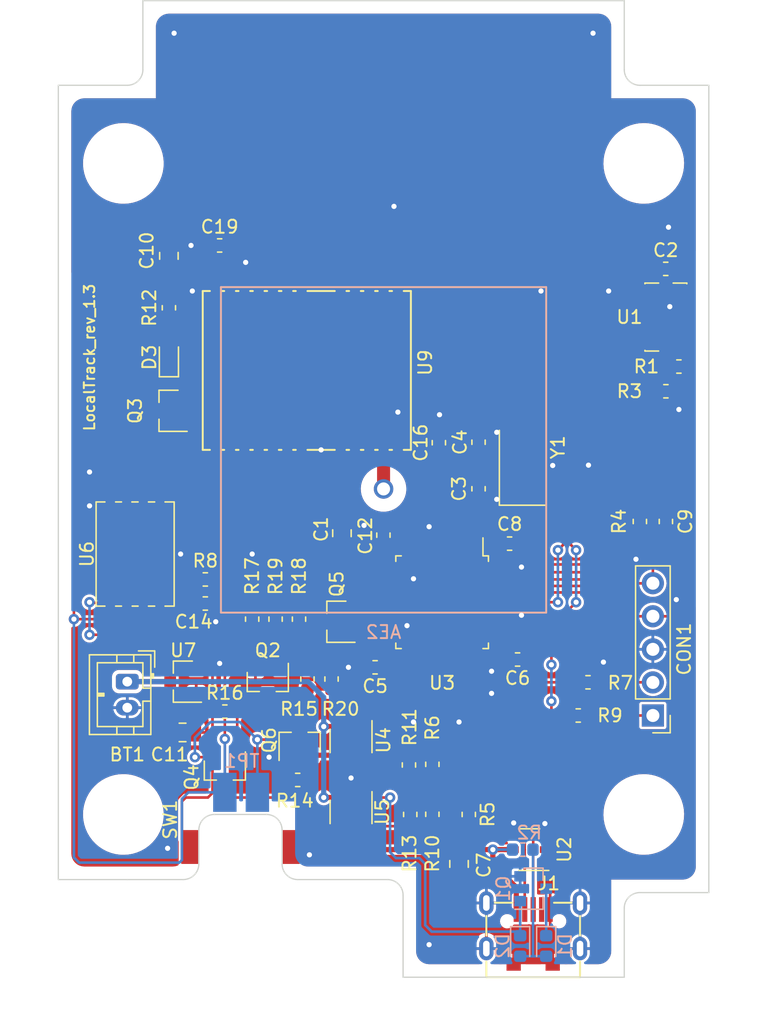
<source format=kicad_pcb>
(kicad_pcb (version 20211014) (generator pcbnew)
  (title_block (date "2020-10-17") (rev "1.3"))
  (layers (0 "F.Cu" signal) (31 "B.Cu" signal) (34 "B.Paste" user) (35 "F.Paste" user) (36 "B.SilkS" user "B.Silkscreen") (37 "F.SilkS" user "F.Silkscreen") (38 "B.Mask" user) (39 "F.Mask" user) (44 "Edge.Cuts" user))
  (net 0 "")
  (net 1 "Net-(AE2-Pad1)")
  (net 2 "4.2V")
  (net 3 "GND")
  (net 4 "Net-(C3-Pad1)")
  (net 5 "Net-(C4-Pad1)")
  (net 6 "5V")
  (net 7 "swclk")
  (net 8 "swdio")
  (net 9 "Net-(D1-Pad2)")
  (net 10 "Net-(D1-Pad1)")
  (net 11 "stat")
  (net 12 "Net-(D3-Pad1)")
  (net 13 "d-")
  (net 14 "d+")
  (net 15 "Net-(R1-Pad2)")
  (net 16 "Net-(R3-Pad2)")
  (net 17 "Net-(R7-Pad2)")
  (net 18 "Net-(R8-Pad2)")
  (net 19 "Net-(R8-Pad1)")
  (net 20 "Net-(R9-Pad2)")
  (net 21 "1pps")
  (net 22 "int2")
  (net 23 "int1")
  (net 24 "mcu_tx")
  (net 25 "mcu_rx")
  (net 26 "boot0")
  (net 27 "Net-(D3-Pad2)")
  (net 28 "led")
  (net 29 "chg2")
  (net 30 "chg1")
  (net 31 "Net-(R11-Pad2)")
  (net 32 "Net-(R10-Pad1)")
  (net 33 "Net-(R11-Pad1)")
  (net 34 "Net-(R13-Pad1)")
  (net 35 "cs")
  (net 36 "miso")
  (net 37 "3.3V")
  (net 38 "Net-(Q2-Pad3)")
  (net 39 "pwr")
  (net 40 "meas")
  (net 41 "Net-(Q5-Pad3)")
  (net 42 "Net-(C16-Pad1)")
  (net 43 "3.3V_BKUP")
  (net 44 "Net-(Q6-Pad3)")
  (net 45 "mosi")
  (net 46 "Net-(U9-Pad9)")
  (net 47 "Net-(U9-Pad4)")
  (net 48 "Net-(U9-Pad2)")
  (net 49 "Net-(U9-Pad19)")
  (net 50 "Net-(U9-Pad18)")
  (net 51 "Net-(U9-Pad17)")
  (net 52 "Net-(U9-Pad16)")
  (net 53 "Net-(U9-Pad15)")
  (net 54 "Net-(U9-Pad14)")
  (net 55 "Net-(U9-Pad1)")
  (net 56 "Net-(U4-Pad1)")
  (net 57 "Net-(U3-Pad40)")
  (net 58 "Net-(U3-Pad28)")
  (net 59 "Net-(U3-Pad25)")
  (net 60 "Net-(U3-Pad22)")
  (net 61 "Net-(U3-Pad20)")
  (net 62 "Net-(U2-Pad6)")
  (net 63 "Net-(U2-Pad1)")
  (net 64 "Net-(U1-Pad10)")
  (net 65 "Net-(J1-Pad4)")
  (footprint "MountingHole:MountingHole_3.2mm_M3" (layer "F.Cu") (at 125 137.5)
    (fp_text reference "REF**" hide)
    (fp_text value "MountingHole_3.2mm_M3")
  )
  (footprint "MountingHole:MountingHole_3.2mm_M3" (layer "F.Cu") (at 165 137.5)
    (fp_text reference "REF**" hide)
    (fp_text value "MountingHole_3.2mm_M3")
  )
  (footprint "MountingHole:MountingHole_3.2mm_M3" (layer "F.Cu") (at 165 87.5)
    (fp_text reference "REF**" hide)
    (fp_text value "MountingHole_3.2mm_M3")
  )
  (footprint "MountingHole:MountingHole_3.2mm_M3" (layer "F.Cu") (at 125 87.5)
    (fp_text reference "REF**" hide)
    (fp_text value "MountingHole_3.2mm_M3")
  )
  (footprint "Capacitor_SMD:C_0603_1608Metric" (layer "F.Cu") (at 166.6875 95.6)
    (fp_text reference "C2")
    (fp_text value "100nF")
  )
  (footprint "Package_SO:TSOP-6_1.65x3.05mm_P0.95mm" (layer "F.Cu") (at 156.2 140.2 180)
    (fp_text reference "U2")
    (fp_text value "IP4220CZ6")
  )
  (footprint "Resistor_SMD:R_0603_1608Metric" (layer "F.Cu") (at 164.7 115 90)
    (fp_text reference "R4")
    (fp_text value "10k")
  )
  (footprint "Capacitor_SMD:C_0603_1608Metric" (layer "F.Cu") (at 166.7 115 90)
    (fp_text reference "C9")
    (fp_text value "100nF")
  )
  (footprint "Resistor_SMD:R_0603_1608Metric" (layer "F.Cu") (at 166.7 105 180)
    (fp_text reference "R3")
    (fp_text value "1k")
  )
  (footprint "Capacitor_SMD:C_0603_1608Metric" (layer "F.Cu") (at 155.3 125.6 180)
    (fp_text reference "C6")
    (fp_text value "100nF")
  )
  (footprint "Package_QFP:LQFP-48_7x7mm_P0.5mm" (layer "F.Cu") (at 149.5 121.2 -90)
    (fp_text reference "U3")
    (fp_text value "STM32F072C8T6")
  )
  (footprint "Package_TO_SOT_SMD:SOT-23-5" (layer "F.Cu") (at 142.5 137.3 -90)
    (fp_text reference "U5")
    (fp_text value "MCP73831T-2DCI")
  )
  (footprint "Resistor_SMD:R_0603_1608Metric" (layer "F.Cu") (at 167.7 103.1 180)
    (fp_text reference "R1")
    (fp_text value "1k")
  )
  (footprint "LocalTrack:MicroUSB_B" (layer "F.Cu") (at 156.5 144.8)
    (fp_text reference "J1")
    (fp_text value "USB_B_Micro")
  )
  (footprint "Capacitor_SMD:C_0603_1608Metric" (layer "F.Cu") (at 152.3 112.4875 -90)
    (fp_text reference "C3")
    (fp_text value "18pF")
  )
  (footprint "Capacitor_SMD:C_0603_1608Metric" (layer "F.Cu") (at 154.6875 116.7 180)
    (fp_text reference "C8")
    (fp_text value "100nF")
  )
  (footprint "Capacitor_SMD:C_0603_1608Metric" (layer "F.Cu") (at 131.3 121.3 180)
    (fp_text reference "C14")
    (fp_text value "100nF")
  )
  (footprint "Capacitor_SMD:C_0603_1608Metric" (layer "F.Cu") (at 149.25 108.95 90)
    (fp_text reference "C16")
    (fp_text value "100nF")
  )
  (footprint "Capacitor_SMD:C_0603_1608Metric" (layer "F.Cu") (at 132.4 93.8)
    (fp_text reference "C19")
    (fp_text value "100nF")
  )
  (footprint "Package_TO_SOT_SMD:SOT-23" (layer "F.Cu") (at 128.5 106.5 180)
    (fp_text reference "Q3")
    (fp_text value "SI2302")
  )
  (footprint "Resistor_SMD:R_0603_1608Metric" (layer "F.Cu") (at 160.7125 127.35 180)
    (fp_text reference "R7")
    (fp_text value "33")
  )
  (footprint "Resistor_SMD:R_0603_1608Metric" (layer "F.Cu") (at 128.5 98.5875 -90)
    (fp_text reference "R12")
    (fp_text value "10k")
  )
  (footprint "LocalTrack:WSON-8_8x6mm" (layer "F.Cu") (at 127.805 113.75 -90)
    (fp_text reference "U6")
    (fp_text value "W25N01GVZEIG")
  )
  (footprint "LocalTrack:SIM28" (layer "F.Cu") (at 132.1 109.5 90)
    (fp_text reference "U9")
    (fp_text value "SIM28")
  )
  (footprint "Connector_PinHeader_2.54mm:PinHeader_1x05_P2.54mm_Vertical" (layer "F.Cu") (at 165.7 129.9 180)
    (fp_text reference "CON1")
    (fp_text value "ST-LINK_V2")
  )
  (footprint "LED_SMD:LED_0603_1608Metric" (layer "F.Cu") (at 128.5 102.4 90)
    (fp_text reference "D3")
    (fp_text value "BLUE")
  )
  (footprint "Package_LGA:LGA-14_3x5mm_P0.8mm_LayoutBorder1x6y" (layer "F.Cu") (at 166.7 99.3 180)
    (fp_text reference "U1")
    (fp_text value "ADXL345BCCZ")
  )
  (footprint "Crystal:Crystal_SMD_5032-2Pin_5.0x3.2mm" (layer "F.Cu") (at 155.7 110.7 90)
    (fp_text reference "Y1")
    (fp_text value "8MHz")
  )
  (footprint "Capacitor_SMD:C_0603_1608Metric" (layer "F.Cu") (at 152.3 108.9125 90)
    (fp_text reference "C4")
    (fp_text value "18pF")
  )
  (footprint "Resistor_SMD:R_0603_1608Metric" (layer "F.Cu") (at 151.55 137.5 90)
    (fp_text reference "R5")
    (fp_text value "10k")
  )
  (footprint "Resistor_SMD:R_0603_1608Metric" (layer "F.Cu") (at 138.5 122.5 -90)
    (fp_text reference "R18")
    (fp_text value "100k")
  )
  (footprint "Capacitor_SMD:C_0805_2012Metric" (layer "F.Cu") (at 141.8 115.9 90)
    (fp_text reference "C1")
    (fp_text value "10uF")
  )
  (footprint "Capacitor_SMD:C_0805_2012Metric" (layer "F.Cu") (at 150.8 141.3 -90)
    (fp_text reference "C7")
    (fp_text value "10uF")
  )
  (footprint "Resistor_SMD:R_0603_1608Metric" (layer "F.Cu") (at 148.75 133.65 90)
    (fp_text reference "R6")
    (fp_text value "1k")
  )
  (footprint "Resistor_SMD:R_0603_1608Metric" (layer "F.Cu") (at 148.75 137.4875 -90)
    (fp_text reference "R10")
    (fp_text value "1k")
  )
  (footprint "Resistor_SMD:R_0603_1608Metric" (layer "F.Cu") (at 147.05 137.5 90)
    (fp_text reference "R13")
    (fp_text value "1k")
  )
  (footprint "Resistor_SMD:R_0603_1608Metric" (layer "F.Cu") (at 159.9625 129.9 180)
    (fp_text reference "R9")
    (fp_text value "33")
  )
  (footprint "Capacitor_SMD:C_0805_2012Metric" (layer "F.Cu") (at 128.5 94.6 90)
    (fp_text reference "C10")
    (fp_text value "10uF")
  )
  (footprint "Resistor_SMD:R_0603_1608Metric" (layer "F.Cu") (at 146.95 133.7 -90)
    (fp_text reference "R11")
    (fp_text value "1k")
  )
  (footprint "Capacitor_SMD:C_0603_1608Metric" (layer "F.Cu") (at 144.9875 116.05 -90)
    (fp_text reference "C12")
    (fp_text value "100nF")
  )
  (footprint "Resistor_SMD:R_0603_1608Metric" (layer "F.Cu") (at 136.7 122.5 -90)
    (fp_text reference "R19")
    (fp_text value "100k")
  )
  (footprint "Resistor_SMD:R_0603_1608Metric" (layer "F.Cu") (at 134.9 122.5 90)
    (fp_text reference "R17")
    (fp_text value "100k")
  )
  (footprint "Resistor_SMD:R_0603_1608Metric" (layer "F.Cu") (at 131.3 119.45)
    (fp_text reference "R8")
    (fp_text value "33")
  )
  (footprint "Resistor_SMD:R_0603_1608Metric" (layer "F.Cu") (at 138.4 134.85 180)
    (fp_text reference "R14")
    (fp_text value "10k")
  )
  (footprint "Package_TO_SOT_SMD:SOT-23-5" (layer "F.Cu") (at 142.5 131.85 -90)
    (fp_text reference "U4")
    (fp_text value "MCP73831T-2DCI")
  )
  (footprint "Package_TO_SOT_SMD:SOT-23" (layer "F.Cu") (at 132.8 134.1 -90)
    (fp_text reference "Q4")
    (fp_text value "SI2301")
  )
  (footprint "Connector_JST:JST_PH_B2B-PH-K_1x02_P2.00mm_Vertical" (layer "F.Cu") (at 125.3 127.3 -90)
    (fp_text reference "BT1")
    (fp_text value "3000mAh")
  )
  (footprint "Capacitor_SMD:C_0603_1608Metric" (layer "F.Cu") (at 144.35 126.2)
    (fp_text reference "C5")
    (fp_text value "100nF")
  )
  (footprint "Package_TO_SOT_SMD:SOT-23" (layer "F.Cu") (at 138.55 131.95 90)
    (fp_text reference "Q6")
    (fp_text value "SI2301")
  )
  (footprint "Package_TO_SOT_SMD:SOT-23" (layer "F.Cu") (at 129.6 127.3 180)
    (fp_text reference "U7")
    (fp_text value "MCP1700-3302E/TT")
  )
  (footprint "Package_TO_SOT_SMD:SOT-23" (layer "F.Cu") (at 141.4 122.7 180)
    (fp_text reference "Q5")
    (fp_text value "SI2302")
  )
  (footprint "Capacitor_SMD:C_0805_2012Metric" (layer "F.Cu") (at 129.55 131.2)
    (fp_text reference "C11")
    (fp_text value "10uF")
  )
  (footprint "LocalTrack:KCD1-11" (layer "F.Cu") (at 130.1 140)
    (fp_text reference "SW1")
    (fp_text value "KCD11-2P")
  )
  (footprint "Resistor_SMD:R_0603_1608Metric" (layer "F.Cu") (at 132.8 129.6)
    (fp_text reference "R16")
    (fp_text value "100k")
  )
  (footprint "Resistor_SMD:R_0603_1608Metric" (layer "F.Cu") (at 141 127.1 90)
    (fp_text reference "R20")
    (fp_text value "100k")
  )
  (footprint "Resistor_SMD:R_0603_1608Metric" (layer "F.Cu") (at 139.15 127.1 -90)
    (fp_text reference "R15")
    (fp_text value "100k")
  )
  (footprint "Package_TO_SOT_SMD:SOT-23" (layer "F.Cu") (at 136.1 127.3 -90)
    (fp_text reference "Q2")
    (fp_text value "SI2302")
  )
  (footprint "Resistor_SMD:R_0603_1608Metric" (layer "B.Cu") (at 155.7 140.2)
    (fp_text reference "R2")
    (fp_text value "10k")
  )
  (footprint "LED_SMD:LED_0603_1608Metric" (layer "B.Cu") (at 155.5 147.6 -90)
    (fp_text reference "D2")
    (fp_text value "RED")
  )
  (footprint "LocalTrack:1575R-A" (layer "B.Cu") (at 145 112.5)
    (fp_text reference "AE2")
    (fp_text value "1575R-A")
  )
  (footprint "LED_SMD:LED_0603_1608Metric" (layer "B.Cu") (at 157.5 147.6 -90)
    (fp_text reference "D1")
    (fp_text value "GREEN")
  )
  (footprint "Package_TO_SOT_SMD:SOT-23" (layer "B.Cu") (at 156.5 143.2)
    (fp_text reference "Q1")
    (fp_text value "SI2302")
  )
  (footprint "LocalTrack:TestPins" (layer "B.Cu") (at 135.3 135.8 180)
    (fp_text reference "TP1")
    (fp_text value "test pins")
  )
  (gr_line (start 120 81.5) (end 120 142.5) (layer "Edge.Cuts") (width 0.1))
  (gr_line (start 170 81.5) (end 170 143.5) (layer "Edge.Cuts") (width 0.1))
  (gr_line (start 126.5 75) (end 163.5 75) (layer "Edge.Cuts") (width 0.1))
  (gr_line (start 164.7 81.5) (end 170 81.5) (layer "Edge.Cuts") (width 0.1))
  (gr_line (start 126.5 75) (end 126.5 80.3) (layer "Edge.Cuts") (width 0.1))
  (gr_line (start 125.3 81.5) (end 120 81.5) (layer "Edge.Cuts") (width 0.1))
  (gr_line (start 120 142.5) (end 125.3 142.5) (layer "Edge.Cuts") (width 0.1))
  (gr_line (start 163.5 150) (end 163.5 144.7) (layer "Edge.Cuts") (width 0.1))
  (gr_arc (start 126.5 80.3) (mid 126.148528 81.148528) (end 125.3 81.5) (layer "Edge.Cuts") (width 0.1))
  (gr_arc (start 164.7 81.5) (mid 163.851472 81.148528) (end 163.5 80.3) (layer "Edge.Cuts") (width 0.1))
  (gr_arc (start 163.5 144.7) (mid 163.851472 143.851472) (end 164.7 143.5) (layer "Edge.Cuts") (width 0.1))
  (gr_line (start 164.7 143.5) (end 170 143.5) (layer "Edge.Cuts") (width 0.1))
  (gr_line (start 163.5 150) (end 146.5 150) (layer "Edge.Cuts") (width 0.1))
  (gr_line (start 163.5 75) (end 163.5 80.3) (layer "Edge.Cuts") (width 0.1))
  (gr_arc (start 136 137.5) (mid 136.848528 137.851472) (end 137.2 138.7) (layer "Edge.Cuts") (width 0.1))
  (gr_arc (start 138.4 142.5) (mid 137.551472 142.148528) (end 137.2 141.3) (layer "Edge.Cuts") (width 0.1))
  (gr_arc (start 145.3 142.5) (mid 146.148528 142.851472) (end 146.5 143.7) (layer "Edge.Cuts") (width 0.1))
  (gr_arc (start 130.8 141.3) (mid 130.448528 142.148528) (end 129.6 142.5) (layer "Edge.Cuts") (width 0.1))
  (gr_line (start 146.5 143.7) (end 146.5 150) (layer "Edge.Cuts") (width 0.1))
  (gr_line (start 130.8 141.3) (end 130.8 138.7) (layer "Edge.Cuts") (width 0.1))
  (gr_line (start 137.2 138.7) (end 137.2 141.3) (layer "Edge.Cuts") (width 0.1))
  (gr_line (start 136 137.5) (end 132 137.5) (layer "Edge.Cuts") (width 0.1))
  (gr_arc (start 130.8 138.7) (mid 131.151472 137.851472) (end 132 137.5) (layer "Edge.Cuts") (width 0.1))
  (gr_line (start 125.3 142.5) (end 129.6 142.5) (layer "Edge.Cuts") (width 0.1))
  (gr_line (start 138.4 142.5) (end 145.3 142.5) (layer "Edge.Cuts") (width 0.1))
  (gr_text "LocalTrack_rev_1.3" (at 122.4 102.4 90) (layer "F.SilkS") (effects (font (size 0.8 0.8))))
  (segment (start 145 109.5) (end 145 112.5) (width 1) (layer "F.Cu") (net 1))
  (segment (start 128.6 127.3) (end 125.3 127.3) (width 0.4) (layer "F.Cu") (net 2))
  (segment (start 128.6 127.3) (end 128.6 131.1875) (width 0.4) (layer "F.Cu") (net 2))
  (segment (start 141.55 136.2) (end 140.4 136.2) (width 0.4) (layer "F.Cu") (net 2))
  (segment (start 133.3875 124.8) (end 129.5 124.8) (width 0.2) (layer "F.Cu") (net 2))
  (segment (start 141.55 130.75) (end 140.4 130.75) (width 0.4) (layer "F.Cu") (net 2))
  (segment (start 134.9 123.2875) (end 133.3875 124.8) (width 0.2) (layer "F.Cu") (net 2))
  (segment (start 128.6 125.7) (end 129.5 124.8) (width 0.2) (layer "F.Cu") (net 2))
  (segment (start 128.6 125.7) (end 128.6 127.3) (width 0.2) (layer "F.Cu") (net 2))
  (via (at 140.4 136.2) (size 0.8) (drill 0.4) (layers "F.Cu" "B.Cu") (net 2))
  (via (at 140.4 130.75) (size 0.8) (drill 0.4) (layers "F.Cu" "B.Cu") (net 2))
  (segment (start 125.3 127.3) (end 139.2 127.3) (width 0.4) (layer "B.Cu") (net 2))
  (segment (start 140.4 128.5) (end 140.4 130.75) (width 0.4) (layer "B.Cu") (net 2))
  (segment (start 140.4 136.2) (end 140.4 130.75) (width 0.4) (layer "B.Cu") (net 2))
  (segment (start 139.2 127.3) (end 140.4 128.5) (width 0.4) (layer "B.Cu") (net 2))
  (segment (start 155 149) (end 155.1 148.9) (width 0.2) (layer "F.Cu") (net 3))
  (segment (start 157.9 148.9) (end 158 149) (width 0.2) (layer "F.Cu") (net 3))
  (segment (start 158 149) (end 158.1 148.9) (width 0.2) (layer "F.Cu") (net 3))
  (segment (start 125.5 117.5) (end 123.5 119.5) (width 0.2) (layer "F.Cu") (net 3))
  (segment (start 126.3 117.5) (end 128.3 119.5) (width 0.2) (layer "F.Cu") (net 3))
  (segment (start 126.3 117.5) (end 128.3 115.5) (width 0.2) (layer "F.Cu") (net 3))
  (segment (start 158.1 148.9) (end 159.1 148.9) (width 0.2) (layer "F.Cu") (net 3))
  (segment (start 154.9 148.9) (end 153.9 148.9) (width 0.2) (layer "F.Cu") (net 3))
  (segment (start 125.5 117.5) (end 123.5 115.5) (width 0.2) (layer "F.Cu") (net 3))
  (segment (start 151.75 126.45) (end 152.1 126.8) (width 0.2) (layer "F.Cu") (net 3))
  (segment (start 155.1 148.9) (end 157.9 148.9) (width 0.2) (layer "F.Cu") (net 3))
  (segment (start 151.75 124.65) (end 151.6 124.5) (width 0.2) (layer "F.Cu") (net 3))
  (segment (start 155 149) (end 154.9 148.9) (width 0.2) (layer "F.Cu") (net 3))
  (segment (start 151.75 125.55) (end 151.75 124.65) (width 0.2) (layer "F.Cu") (net 3))
  (segment (start 125.9 117.5) (end 126.3 117.5) (width 0.2) (layer "F.Cu") (net 3))
  (segment (start 151.75 125.55) (end 151.75 126.45) (width 0.2) (layer "F.Cu") (net 3))
  (segment (start 125.9 117.5) (end 125.5 117.5) (width 0.2) (layer "F.Cu") (net 3))
  (via (at 157.4 138.2) (size 0.8) (drill 0.4) (layers "F.Cu" "B.Cu") (net 3))
  (via (at 146.8 123) (size 0.8) (drill 0.4) (layers "F.Cu" "B.Cu") (net 3))
  (via (at 143.5 115.3) (size 0.8) (drill 0.4) (layers "F.Cu" "B.Cu") (net 3))
  (via (at 148.5 147.5) (size 0.8) (drill 0.4) (layers "F.Cu" "B.Cu") (net 3))
  (via (at 167.5 121) (size 0.8) (drill 0.4) (layers "F.Cu" "B.Cu") (net 3))
  (via (at 155.6 122.2) (size 0.8) (drill 0.4) (layers "F.Cu" "B.Cu") (net 3))
  (via (at 167 98.5) (size 0.8) (drill 0.4) (layers "F.Cu" "B.Cu") (net 3))
  (via (at 147.3 119.4) (size 0.8) (drill 0.4) (layers "F.Cu" "B.Cu") (net 3))
  (via (at 132.1 122.7) (size 0.8) (drill 0.4) (layers "F.Cu" "B.Cu") (net 3))
  (via (at 155 138.15) (size 0.8) (drill 0.4) (layers "F.Cu" "B.Cu") (net 3))
  (via (at 153.7 113.3) (size 0.8) (drill 0.4) (layers "F.Cu" "B.Cu") (net 3))
  (via (at 129.4 117.5) (size 0.8) (drill 0.4) (layers "F.Cu" "B.Cu") (net 3))
  (via (at 157.1 97.3) (size 0.8) (drill 0.4) (layers "F.Cu" "B.Cu") (net 3))
  (via (at 134.9 117.5) (size 0.8) (drill 0.4) (layers "F.Cu" "B.Cu") (net 3))
  (via (at 160.75 110.675) (size 0.8) (drill 0.4) (layers "F.Cu" "B.Cu") (net 3))
  (via (at 148.5 115.4) (size 0.8) (drill 0.4) (layers "F.Cu" "B.Cu") (net 3))
  (via (at 153.7 108.15) (size 0.8) (drill 0.4) (layers "F.Cu" "B.Cu") (net 3))
  (via (at 139.3 140.6) (size 0.8) (drill 0.4) (layers "F.Cu" "B.Cu") (net 3))
  (via (at 164.4 117.9) (size 0.8) (drill 0.4) (layers "F.Cu" "B.Cu") (net 3))
  (via (at 130.2 93.8) (size 0.8) (drill 0.4) (layers "F.Cu" "B.Cu") (net 3))
  (via (at 149.3 106.8) (size 0.8) (drill 0.4) (layers "F.Cu" "B.Cu") (net 3))
  (via (at 122.4 113.8) (size 0.8) (drill 0.4) (layers "F.Cu" "B.Cu") (net 3))
  (via (at 134.4 95.1) (size 0.8) (drill 0.4) (layers "F.Cu" "B.Cu") (net 3))
  (via (at 128.9 77.5) (size 0.8) (drill 0.4) (layers "F.Cu" "B.Cu") (net 3))
  (via (at 158 110.7) (size 0.8) (drill 0.4) (layers "F.Cu" "B.Cu") (net 3))
  (via (at 136.2 133.1) (size 0.8) (drill 0.4) (layers "F.Cu" "B.Cu") (net 3))
  (via (at 142.5 134.7) (size 0.8) (drill 0.4) (layers "F.Cu" "B.Cu") (net 3))
  (via (at 130.3 97.3) (size 0.8) (drill 0.4) (layers "F.Cu" "B.Cu") (net 3))
  (via (at 161.9 125.8) (size 0.8) (drill 0.4) (layers "F.Cu" "B.Cu") (net 3))
  (via (at 153.3 126.5) (size 0.8) (drill 0.4) (layers "F.Cu" "B.Cu") (net 3))
  (via (at 147.3 130.4) (size 0.8) (drill 0.4) (layers "F.Cu" "B.Cu") (net 3))
  (via (at 140.2 109.5) (size 0.8) (drill 0.4) (layers "F.Cu" "B.Cu") (net 3))
  (via (at 150.8 130.4) (size 0.8) (drill 0.4) (layers "F.Cu" "B.Cu") (net 3))
  (via (at 166.9 92.4) (size 0.8) (drill 0.4) (layers "F.Cu" "B.Cu") (net 3))
  (via (at 132.4 125.9) (size 0.8) (drill 0.4) (layers "F.Cu" "B.Cu") (net 3))
  (via (at 167.7 106.4) (size 0.8) (drill 0.4) (layers "F.Cu" "B.Cu") (net 3))
  (via (at 162.3 97.3) (size 0.8) (drill 0.4) (layers "F.Cu" "B.Cu") (net 3))
  (via (at 122.4 111.2) (size 0.8) (drill 0.4) (layers "F.Cu" "B.Cu") (net 3))
  (via (at 155.6 118.5) (size 0.8) (drill 0.4) (layers "F.Cu" "B.Cu") (net 3))
  (via (at 145.8 90.8) (size 0.8) (drill 0.4) (layers "F.Cu" "B.Cu") (net 3))
  (via (at 146.1 106.6) (size 0.8) (drill 0.4) (layers "F.Cu" "B.Cu") (net 3))
  (via (at 153.3 128.2) (size 0.8) (drill 0.4) (layers "F.Cu" "B.Cu") (net 3))
  (via (at 128.4 140.1) (size 0.8) (drill 0.4) (layers "F.Cu" "B.Cu") (net 3))
  (via (at 142.3 126.2) (size 0.8) (drill 0.4) (layers "F.Cu" "B.Cu") (net 3))
  (via (at 161.1 77.5) (size 0.8) (drill 0.4) (layers "F.Cu" "B.Cu") (net 3))
  (segment (start 151.35 110.95) (end 152.3 110.95) (width 0.2) (layer "F.Cu") (net 4))
  (segment (start 155.7 111.35) (end 155.3 110.95) (width 0.2) (layer "F.Cu") (net 4))
  (segment (start 150.25 112.05) (end 151.35 110.95) (width 0.2) (layer "F.Cu") (net 4))
  (segment (start 155.3 110.95) (end 152.3 110.95) (width 0.2) (layer "F.Cu") (net 4))
  (segment (start 150.25 112.05) (end 150.25 113.15) (width 0.2) (layer "F.Cu") (net 4))
  (segment (start 155.7 112.55) (end 155.7 111.35) (width 0.2) (layer "F.Cu") (net 4))
  (segment (start 152.3 111.7) (end 152.3 110.95) (width 0.2) (layer "F.Cu") (net 4))
  (segment (start 150.25 113.15) (end 150.25 116.85) (width 0.2) (layer "F.Cu") (net 4))
  (segment (start 152.3 109.7) (end 152.3 110.45) (width 0.2) (layer "F.Cu") (net 5))
  (segment (start 149.75 111.75) (end 149.75 116.85) (width 0.2) (layer "F.Cu") (net 5))
  (segment (start 151.05 110.45) (end 149.75 111.75) (width 0.2) (layer "F.Cu") (net 5))
  (segment (start 155.3 110.45) (end 152.3 110.45) (width 0.2) (layer "F.Cu") (net 5))
  (segment (start 155.7 110.05) (end 155.3 110.45) (width 0.2) (layer "F.Cu") (net 5))
  (segment (start 152.3 110.45) (end 151.05 110.45) (width 0.2) (layer "F.Cu") (net 5))
  (segment (start 155.7 108.85) (end 155.7 110.05) (width 0.2) (layer "F.Cu") (net 5))
  (segment (start 155.2 143.1) (end 153.4 141.3) (width 0.4) (layer "F.Cu") (net 6))
  (segment (start 153.4 140.2) (end 150.1 140.2) (width 0.4) (layer "F.Cu") (net 6))
  (segment (start 141.55 138.4) (end 139.5 138.4) (width 0.4) (layer "F.Cu") (net 6))
  (segment (start 155.2 143.1) (end 155.2 144.8) (width 0.4) (layer "F.Cu") (net 6))
  (segment (start 139.5 139.3) (end 140.4 140.2) (width 0.4) (layer "F.Cu") (net 6))
  (segment (start 139.1875 134.85) (end 139.5 134.85) (width 0.2) (layer "F.Cu") (net 6))
  (segment (start 149.4 140.2) (end 150.1 140.2) (width 0.4) (layer "F.Cu") (net 6))
  (segment (start 139.5 138.4) (end 139.5 139.3) (width 0.4) (layer "F.Cu") (net 6))
  (segment (start 150.1 140.2) (end 150.6375 140.2) (width 0.4) (layer "F.Cu") (net 6))
  (segment (start 155.04 140.2) (end 153.4 140.2) (width 0.4) (layer "F.Cu") (net 6))
  (segment (start 139.5 138.4) (end 139.5 133.2) (width 0.4) (layer "F.Cu") (net 6))
  (segment (start 139.5 132.95) (end 141.55 132.95) (width 0.4) (layer "F.Cu") (net 6))
  (segment (start 140.4 140.2) (end 149.4 140.2) (width 0.4) (layer "F.Cu") (net 6))
  (segment (start 153.4 141.3) (end 153.4 140.2) (width 0.4) (layer "F.Cu") (net 6))
  (via (at 153.4 140.2) (size 0.8) (drill 0.4) (layers "F.Cu" "B.Cu") (net 6))
  (segment (start 154.9125 140.2) (end 153.4 140.2) (width 0.2) (layer "B.Cu") (net 6))
  (segment (start 165.1 129.9) (end 160.75 129.9) (width 0.2) (layer "F.Cu") (net 7))
  (segment (start 165.69 127.35) (end 165.7 127.36) (width 0.2) (layer "F.Cu") (net 8))
  (segment (start 163 127.35) (end 165.69 127.35) (width 0.2) (layer "F.Cu") (net 8))
  (segment (start 161.5 127.35) (end 163 127.35) (width 0.2) (layer "F.Cu") (net 8))
  (segment (start 157.5 148.3875) (end 156.925 148.3875) (width 0.2) (layer "B.Cu") (net 9))
  (segment (start 156.5 148.3875) (end 155.5 148.3875) (width 0.2) (layer "B.Cu") (net 9))
  (segment (start 156.4875 148.375) (end 156.5 148.3875) (width 0.2) (layer "B.Cu") (net 9))
  (segment (start 156.4875 140.2) (end 156.4875 148.375) (width 0.2) (layer "B.Cu") (net 9))
  (segment (start 156.925 148.3875) (end 156.5 148.3875) (width 0.2) (layer "B.Cu") (net 9))
  (segment (start 157.5 143.2) (end 157.5 146.8125) (width 0.2) (layer "B.Cu") (net 10))
  (segment (start 143.45 136.2) (end 145.5 136.2) (width 0.2) (layer "F.Cu") (net 11))
  (via (at 145.5 136.2) (size 0.8) (drill 0.4) (layers "F.Cu" "B.Cu") (net 11))
  (segment (start 147.75 140.85) (end 145.95 140.85) (width 0.2) (layer "B.Cu") (net 11))
  (segment (start 148.2 146) (end 148.2 141.3) (width 0.2) (layer "B.Cu") (net 11))
  (segment (start 155.5 144.15) (end 155.5 146.8125) (width 0.2) (layer "B.Cu") (net 11))
  (segment (start 148.7 146.5) (end 148.2 146) (width 0.2) (layer "B.Cu") (net 11))
  (segment (start 155.2 146.5) (end 148.7 146.5) (width 0.2) (layer "B.Cu") (net 11))
  (segment (start 148.2 141.3) (end 147.75 140.85) (width 0.2) (layer "B.Cu") (net 11))
  (segment (start 155.5 146.8125) (end 155.5 146.8) (width 0.2) (layer "B.Cu") (net 11))
  (segment (start 155.5 146.8) (end 155.2 146.5) (width 0.2) (layer "B.Cu") (net 11))
  (segment (start 145.95 140.85) (end 145.5 140.4) (width 0.2) (layer "B.Cu") (net 11))
  (segment (start 145.5 140.4) (end 145.5 136.2) (width 0.2) (layer "B.Cu") (net 11))
  (segment (start 127.5 104.1875) (end 128.5 103.1875) (width 0.2) (layer "F.Cu") (net 12))
  (segment (start 127.5 106.5) (end 127.5 104.1875) (width 0.2) (layer "F.Cu") (net 12))
  (segment (start 155.85 140.2) (end 155.85 139.3) (width 0.2) (layer "F.Cu") (net 13))
  (segment (start 155.8 139.25) (end 155.85 139.3) (width 0.2) (layer "F.Cu") (net 13))
  (segment (start 155.04 139.25) (end 155.8 139.25) (width 0.2) (layer "F.Cu") (net 13))
  (segment (start 150.25 126.4) (end 150.25 125.55) (width 0.2) (layer "F.Cu") (net 13))
  (segment (start 155.85 144.8) (end 155.85 140.2) (width 0.2) (layer "F.Cu") (net 13))
  (segment (start 155.85 139.3) (end 155.85 132.95) (width 0.2) (layer "F.Cu") (net 13))
  (segment (start 155.85 132.95) (end 150.25 127.35) (width 0.2) (layer "F.Cu") (net 13))
  (segment (start 150.25 127.35) (end 150.25 126.4) (width 0.2) (layer "F.Cu") (net 13))
  (segment (start 156.5 144.8) (end 156.5 140.2) (width 0.2) (layer "F.Cu") (net 14))
  (segment (start 150.75 126.85) (end 150.75 125.55) (width 0.2) (layer "F.Cu") (net 14))
  (segment (start 156.5 139.3) (end 156.5 132.6) (width 0.2) (layer "F.Cu") (net 14))
  (segment (start 156.55 139.25) (end 156.5 139.3) (width 0.2) (layer "F.Cu") (net 14))
  (segment (start 156.5 132.6) (end 150.75 126.85) (width 0.2) (layer "F.Cu") (net 14))
  (segment (start 157.36 139.25) (end 156.55 139.25) (width 0.2) (layer "F.Cu") (net 14))
  (segment (start 156.5 140.2) (end 156.5 139.3) (width 0.2) (layer "F.Cu") (net 14))
  (segment (start 166.7 101.3) (end 166.7 102.6) (width 0.2) (layer "F.Cu") (net 15))
  (segment (start 166.7 102.875) (end 166.925 103.1) (width 0.2) (layer "F.Cu") (net 15))
  (segment (start 163.2 113) (end 163.2 118.7) (width 0.2) (layer "F.Cu") (net 15))
  (segment (start 166.7 102.6) (end 166.7 112) (width 0.2) (layer "F.Cu") (net 15))
  (segment (start 163.2 118.7) (end 161.95 119.95) (width 0.2) (layer "F.Cu") (net 15))
  (segment (start 166.7 112) (end 166.2 112.5) (width 0.2) (layer "F.Cu") (net 15))
  (segment (start 166.2 112.5) (end 163.7 112.5) (width 0.2) (layer "F.Cu") (net 15))
  (segment (start 166.7 102.6) (end 166.7 102.875) (width 0.2) (layer "F.Cu") (net 15))
  (segment (start 163.7 112.5) (end 163.2 113) (width 0.2) (layer "F.Cu") (net 15))
  (segment (start 161.95 119.95) (end 153.85 119.95) (width 0.2) (layer "F.Cu") (net 15))
  (segment (start 165.7 105.2125) (end 165.9125 105) (width 0.2) (layer "F.Cu") (net 16))
  (segment (start 165.7 111.4) (end 165.7 105.2125) (width 0.2) (layer "F.Cu") (net 16))
  (segment (start 153.85 119.45) (end 161.45 119.45) (width 0.2) (layer "F.Cu") (net 16))
  (segment (start 161.45 119.45) (end 162.5 118.4) (width 0.2) (layer "F.Cu") (net 16))
  (segment (start 162.5 112.8) (end 163.5 111.8) (width 0.2) (layer "F.Cu") (net 16))
  (segment (start 165.3 111.8) (end 165.7 111.4) (width 0.2) (layer "F.Cu") (net 16))
  (segment (start 163.5 111.8) (end 165.3 111.8) (width 0.2) (layer "F.Cu") (net 16))
  (segment (start 165.7 104.7875) (end 165.9125 105) (width 0.2) (layer "F.Cu") (net 16))
  (segment (start 162.5 118.4) (end 162.5 112.8) (width 0.2) (layer "F.Cu") (net 16))
  (segment (start 165.7 101.3) (end 165.7 104.7875) (width 0.2) (layer "F.Cu") (net 16))
  (segment (start 152.084302 127.35) (end 159.3875 127.35) (width 0.2) (layer "F.Cu") (net 17))
  (segment (start 151.25 125.55) (end 151.25 126.515698) (width 0.2) (layer "F.Cu") (net 17))
  (segment (start 151.25 126.515698) (end 152.084302 127.35) (width 0.2) (layer "F.Cu") (net 17))
  (segment (start 159.3875 127.35) (end 159.925 127.35) (width 0.2) (layer "F.Cu") (net 17))
  (segment (start 132.6375 119.45) (end 145.15 119.45) (width 0.2) (layer "F.Cu") (net 18))
  (segment (start 132.6375 119.45) (end 132.0875 119.45) (width 0.2) (layer "F.Cu") (net 18))
  (segment (start 125.265 121.25) (end 125.265 120.435) (width 0.2) (layer "F.Cu") (net 19))
  (segment (start 125.6875 120.0125) (end 129.95 120.0125) (width 0.2) (layer "F.Cu") (net 19))
  (segment (start 125.265 120.435) (end 125.6875 120.0125) (width 0.2) (layer "F.Cu") (net 19))
  (segment (start 129.95 120.0125) (end 130.5125 119.45) (width 0.2) (layer "F.Cu") (net 19))
  (segment (start 157.9 124.9) (end 157.9 126) (width 0.2) (layer "F.Cu") (net 20))
  (segment (start 156.95 123.95) (end 157.9 124.9) (width 0.2) (layer "F.Cu") (net 20))
  (segment (start 157.9 128.8) (end 157.9 129.5) (width 0.2) (layer "F.Cu") (net 20))
  (segment (start 158.3 129.9) (end 158.6375 129.9) (width 0.2) (layer "F.Cu") (net 20))
  (segment (start 158.6375 129.9) (end 159.175 129.9) (width 0.2) (layer "F.Cu") (net 20))
  (segment (start 153.85 123.95) (end 156.95 123.95) (width 0.2) (layer "F.Cu") (net 20))
  (segment (start 157.9 129.5) (end 158.3 129.9) (width 0.2) (layer "F.Cu") (net 20))
  (via (at 157.9 128.8) (size 0.8) (drill 0.4) (layers "F.Cu" "B.Cu") (net 20))
  (via (at 157.9 126) (size 0.8) (drill 0.4) (layers "F.Cu" "B.Cu") (net 20))
  (segment (start 157.9 128.8) (end 157.9 126) (width 0.2) (layer "B.Cu") (net 20))
  (segment (start 146.65 107.45) (end 134.3 107.45) (width 0.2) (layer "F.Cu") (net 21))
  (segment (start 134.3 107.45) (end 129.5 107.45) (width 0.2) (layer "F.Cu") (net 21))
  (segment (start 147.25 108.05) (end 146.65 107.45) (width 0.2) (layer "F.Cu") (net 21))
  (segment (start 134.3 109.5) (end 134.3 107.45) (width 0.2) (layer "F.Cu") (net 21))
  (segment (start 147.25 116.85) (end 147.25 108.05) (width 0.2) (layer "F.Cu") (net 21))
  (segment (start 151.5 115.3) (end 156.5 115.3) (width 0.2) (layer "F.Cu") (net 22))
  (segment (start 161.9 112.4) (end 163.1 111.2) (width 0.2) (layer "F.Cu") (net 22))
  (segment (start 165.025 98.1) (end 165.7 98.1) (width 0.2) (layer "F.Cu") (net 22))
  (segment (start 151.25 115.55) (end 151.5 115.3) (width 0.2) (layer "F.Cu") (net 22))
  (segment (start 161.1 118.9) (end 161.9 118.1) (width 0.2) (layer "F.Cu") (net 22))
  (segment (start 164.3 111.2) (end 164.7 110.8) (width 0.2) (layer "F.Cu") (net 22))
  (segment (start 163.1 111.2) (end 164.3 111.2) (width 0.2) (layer "F.Cu") (net 22))
  (segment (start 151.25 116.85) (end 151.25 115.55) (width 0.2) (layer "F.Cu") (net 22))
  (segment (start 161.9 118.1) (end 161.9 112.4) (width 0.2) (layer "F.Cu") (net 22))
  (segment (start 157.5 118.9) (end 161.1 118.9) (width 0.2) (layer "F.Cu") (net 22))
  (segment (start 164.7 110.8) (end 164.7 98.425) (width 0.2) (layer "F.Cu") (net 22))
  (segment (start 156.8 115.6) (end 156.8 118.2) (width 0.2) (layer "F.Cu") (net 22))
  (segment (start 156.5 115.3) (end 156.8 115.6) (width 0.2) (layer "F.Cu") (net 22))
  (segment (start 156.8 118.2) (end 157.5 118.9) (width 0.2) (layer "F.Cu") (net 22))
  (segment (start 164.7 98.425) (end 165.025 98.1) (width 0.2) (layer "F.Cu") (net 22))
  (segment (start 150.75 116) (end 150.75 116.85) (width 0.2) (layer "F.Cu") (net 23))
  (segment (start 151.334302 114.7) (end 150.75 115.284302) (width 0.2) (layer "F.Cu") (net 23))
  (segment (start 160.7 118.3) (end 157.8 118.3) (width 0.2) (layer "F.Cu") (net 23))
  (segment (start 150.75 115.284302) (end 150.75 116) (width 0.2) (layer "F.Cu") (net 23))
  (segment (start 157.3 115.3) (end 156.7 114.7) (width 0.2) (layer "F.Cu") (net 23))
  (segment (start 164.1 98.225) (end 164.1 110.1) (width 0.2) (layer "F.Cu") (net 23))
  (segment (start 163.6 110.6) (end 162.7 110.6) (width 0.2) (layer "F.Cu") (net 23))
  (segment (start 156.7 114.7) (end 151.334302 114.7) (width 0.2) (layer "F.Cu") (net 23))
  (segment (start 162.7 110.6) (end 161.3 112) (width 0.2) (layer "F.Cu") (net 23))
  (segment (start 161.3 112) (end 161.3 117.7) (width 0.2) (layer "F.Cu") (net 23))
  (segment (start 157.8 118.3) (end 157.3 117.8) (width 0.2) (layer "F.Cu") (net 23))
  (segment (start 157.3 117.8) (end 157.3 115.3) (width 0.2) (layer "F.Cu") (net 23))
  (segment (start 161.3 117.7) (end 160.7 118.3) (width 0.2) (layer "F.Cu") (net 23))
  (segment (start 165.025 97.3) (end 164.1 98.225) (width 0.2) (layer "F.Cu") (net 23))
  (segment (start 164.1 110.1) (end 163.6 110.6) (width 0.2) (layer "F.Cu") (net 23))
  (segment (start 165.7 97.3) (end 165.025 97.3) (width 0.2) (layer "F.Cu") (net 23))
  (segment (start 135.4 95.7) (end 135.4 97.3) (width 0.2) (layer "F.Cu") (net 24))
  (segment (start 136.1 95) (end 135.4 95.7) (width 0.2) (layer "F.Cu") (net 24))
  (segment (start 156.25 121.45) (end 156.8 122) (width 0.2) (layer "F.Cu") (net 24))
  (segment (start 156.8 122) (end 159 122) (width 0.2) (layer "F.Cu") (net 24))
  (segment (start 159.8 117.2) (end 159.4 116.8) (width 0.2) (layer "F.Cu") (net 24))
  (segment (start 158.6 95) (end 136.1 95) (width 0.2) (layer "F.Cu") (net 24))
  (segment (start 153.85 121.45) (end 156.25 121.45) (width 0.2) (layer "F.Cu") (net 24))
  (segment (start 159.4 95.8) (end 158.6 95) (width 0.2) (layer "F.Cu") (net 24))
  (segment (start 159.4 116.8) (end 159.4 95.8) (width 0.2) (layer "F.Cu") (net 24))
  (segment (start 159 122) (end 159.8 121.2) (width 0.2) (layer "F.Cu") (net 24))
  (via (at 159.8 117.2) (size 0.8) (drill 0.4) (layers "F.Cu" "B.Cu") (net 24))
  (via (at 159.8 121.2) (size 0.8) (drill 0.4) (layers "F.Cu" "B.Cu") (net 24))
  (segment (start 159.8 121.2) (end 159.8 117.2) (width 0.2) (layer "B.Cu") (net 24))
  (segment (start 136.8 95.6) (end 136.5 95.9) (width 0.2) (layer "F.Cu") (net 25))
  (segment (start 156.75 120.95) (end 157 121.2) (width 0.2) (layer "F.Cu") (net 25))
  (segment (start 136.5 95.9) (end 136.5 97.3) (width 0.2) (layer "F.Cu") (net 25))
  (segment (start 153.85 120.95) (end 156.75 120.95) (width 0.2) (layer "F.Cu") (net 25))
  (segment (start 158.8 116.8) (end 158.8 96.2) (width 0.2) (layer "F.Cu") (net 25))
  (segment (start 158.8 96.2) (end 158.2 95.6) (width 0.2) (layer "F.Cu") (net 25))
  (segment (start 158.4 121.2) (end 157 121.2) (width 0.2) (layer "F.Cu") (net 25))
  (segment (start 158.4 117.2) (end 158.8 116.8) (width 0.2) (layer "F.Cu") (net 25))
  (segment (start 158.2 95.6) (end 136.8 95.6) (width 0.2) (layer "F.Cu") (net 25))
  (via (at 158.4 117.2) (size 0.8) (drill 0.4) (layers "F.Cu" "B.Cu") (net 25))
  (via (at 158.4 121.2) (size 0.8) (drill 0.4) (layers "F.Cu" "B.Cu") (net 25))
  (segment (start 158.4 121.2) (end 158.4 117.2) (width 0.2) (layer "B.Cu") (net 25))
  (segment (start 165.7 115.7875) (end 166.7 115.7875) (width 0.2) (layer "F.Cu") (net 26))
  (segment (start 165.7 119.74) (end 165.7 115.7875) (width 0.2) (layer "F.Cu") (net 26))
  (segment (start 164.05 119.75) (end 165.69 119.75) (width 0.2) (layer "F.Cu") (net 26))
  (segment (start 153.85 120.45) (end 158.6 120.45) (width 0.2) (layer "F.Cu") (net 26))
  (segment (start 164.7 115.7875) (end 165.7 115.7875) (width 0.2) (layer "F.Cu") (net 26))
  (segment (start 162.5 120.45) (end 163.35 120.45) (width 0.2) (layer "F.Cu") (net 26))
  (segment (start 165.69 119.75) (end 165.7 119.74) (width 0.2) (layer "F.Cu") (net 26))
  (segment (start 163.35 120.45) (end 164.05 119.75) (width 0.2) (layer "F.Cu") (net 26))
  (segment (start 160.7 120.45) (end 162.5 120.45) (width 0.2) (layer "F.Cu") (net 26))
  (segment (start 158.6 120.45) (end 160.7 120.45) (width 0.2) (layer "F.Cu") (net 26))
  (segment (start 128.5 99.9125) (end 128.5 101.6125) (width 0.2) (layer "F.Cu") (net 27))
  (segment (start 128.5 99.375) (end 128.5 99.9125) (width 0.2) (layer "F.Cu") (net 27))
  (segment (start 146.55 105.55) (end 147.75 106.75) (width 0.2) (layer "F.Cu") (net 28))
  (segment (start 129.5 105.55) (end 146.55 105.55) (width 0.2) (layer "F.Cu") (net 28))
  (segment (start 147.75 106.75) (end 147.75 116.85) (width 0.2) (layer "F.Cu") (net 28))
  (segment (start 148.75 138.275) (end 150.2 138.275) (width 0.2) (layer "F.Cu") (net 29))
  (segment (start 150.2 138.275) (end 150.2 131.9) (width 0.2) (layer "F.Cu") (net 29))
  (segment (start 149.25 130.95) (end 149.25 125.55) (width 0.2) (layer "F.Cu") (net 29))
  (segment (start 150.2 138.275) (end 151.5375 138.275) (width 0.2) (layer "F.Cu") (net 29))
  (segment (start 151.5375 138.275) (end 151.55 138.2875) (width 0.2) (layer "F.Cu") (net 29))
  (segment (start 150.2 131.9) (end 149.25 130.95) (width 0.2) (layer "F.Cu") (net 29))
  (segment (start 148.75 132.8625) (end 148.75 125.55) (width 0.2) (layer "F.Cu") (net 30))
  (segment (start 148.75 134.4375) (end 147 134.4375) (width 0.2) (layer "F.Cu") (net 31))
  (segment (start 147.05 136.7125) (end 148.7375 136.7125) (width 0.2) (layer "F.Cu") (net 32))
  (segment (start 148.7375 136.7125) (end 148.75 136.7) (width 0.2) (layer "F.Cu") (net 32))
  (segment (start 143.45 133.195) (end 143.45 133.4) (width 0.2) (layer "F.Cu") (net 33))
  (segment (start 143.4625 133.3875) (end 143.45 133.4) (width 0.2) (layer "F.Cu") (net 33))
  (segment (start 143.45 132.95) (end 146.9125 132.95) (width 0.2) (layer "F.Cu") (net 33))
  (segment (start 143.45 138.4) (end 146.9375 138.4) (width 0.2) (layer "F.Cu") (net 34))
  (segment (start 146.9375 138.4) (end 147.05 138.2875) (width 0.2) (layer "F.Cu") (net 34))
  (segment (start 127.805 113.75) (end 129.85 113.75) (width 0.2) (layer "F.Cu") (net 35))
  (segment (start 129.85 113.75) (end 134.55 118.45) (width 0.2) (layer "F.Cu") (net 35))
  (segment (start 134.55 118.45) (end 145.15 118.45) (width 0.2) (layer "F.Cu") (net 35))
  (segment (start 146 118.95) (end 145.15 118.95) (width 0.2) (layer "F.Cu") (net 36))
  (segment (start 145.15 118.95) (end 134.15 118.95) (width 0.2) (layer "F.Cu") (net 36))
  (segment (start 146.2 119.75) (end 146.2 119.15) (width 0.2) (layer "F.Cu") (net 36))
  (segment (start 146 119.95) (end 146.2 119.75) (width 0.2) (layer "F.Cu") (net 36))
  (segment (start 134.15 118.95) (end 130.2 115) (width 0.2) (layer "F.Cu") (net 36))
  (segment (start 130.2 115) (end 127 115) (width 0.2) (layer "F.Cu") (net 36))
  (segment (start 146.2 119.15) (end 146 118.95) (width 0.2) (layer "F.Cu") (net 36))
  (segment (start 127 115) (end 126.535 114.535) (width 0.2) (layer "F.Cu") (net 36))
  (segment (start 126.535 114.535) (end 126.535 113.75) (width 0.2) (layer "F.Cu") (net 36))
  (segment (start 145.15 119.95) (end 146 119.95) (width 0.2) (layer "F.Cu") (net 36))
  (segment (start 126.535 121.25) (end 127.805 121.25) (width 0.2) (layer "F.Cu") (net 37))
  (segment (start 168.7 104.5) (end 168.7 103.1) (width 0.2) (layer "F.Cu") (net 37))
  (segment (start 121.6 95.9) (end 121.2 96.3) (width 0.2) (layer "F.Cu") (net 37))
  (segment (start 144.9875 116.8375) (end 145 116.85) (width 0.2) (layer "F.Cu") (net 37))
  (segment (start 167.7 97.3) (end 168.7 97.3) (width 0.2) (layer "F.Cu") (net 37))
  (segment (start 167.72 122.28) (end 168.7 121.3) (width 0.2) (layer "F.Cu") (net 37))
  (segment (start 145.1375 126.2) (end 145.1375 124.85) (width 0.2) (layer "F.Cu") (net 37))
  (segment (start 153 118.45) (end 153.85 118.45) (width 0.2) (layer "F.Cu") (net 37))
  (segment (start 128.5 95.9) (end 133.2 95.9) (width 0.2) (layer "F.Cu") (net 37))
  (segment (start 148.25 118.45) (end 152.25 118.45) (width 0.2) (layer "F.Cu") (net 37))
  (segment (start 128.5 97.2625) (end 128.5 95.9) (width 0.2) (layer "F.Cu") (net 37))
  (segment (start 152.3 122.95) (end 152.25 122.9) (width 0.2) (layer "F.Cu") (net 37))
  (segment (start 132.8 135.1) (end 132.8 135.9) (width 0.2) (layer "F.Cu") (net 37))
  (segment (start 132.8 126.9) (end 134.85 124.85) (width 0.2) (layer "F.Cu") (net 37))
  (segment (start 133.2 97.3) (end 133.2 95.9) (width 0.2) (layer "F.Cu") (net 37))
  (segment (start 152.25 122.9) (end 152.25 124.55) (width 0.2) (layer "F.Cu") (net 37))
  (segment (start 121.2 96.3) (end 121.2 112.1) (width 0.2) (layer "F.Cu") (net 37))
  (segment (start 133.2 95.9) (end 133.2 93.8125) (width 0.2) (layer "F.Cu") (net 37))
  (segment (start 128.5 97.8) (end 128.5 97.2625) (width 0.2) (layer "F.Cu") (net 37))
  (segment (start 154.4625 125.55) (end 154.5125 125.6) (width 0.2) (layer "F.Cu") (net 37))
  (segment (start 138.5 136.5) (end 138.5 139.4) (width 0.2) (layer "F.Cu") (net 37))
  (segment (start 152.25 118.45) (end 152.25 122.9) (width 0.2) (layer "F.Cu") (net 37))
  (segment (start 121.2 112.5) (end 121.2 122.5) (width 0.2) (layer "F.Cu") (net 37))
  (segment (start 168.5 103.1) (end 168.7 103.1) (width 0.2) (layer "F.Cu") (net 37))
  (segment (start 168.7 105) (end 168.7 104.5) (width 0.2) (layer "F.Cu") (net 37))
  (segment (start 168.7 103.1) (end 168.7 101.3) (width 0.2) (layer "F.Cu") (net 37))
  (segment (start 145.1375 123.9625) (end 145.15 123.95) (width 0.2) (layer "F.Cu") (net 37))
  (segment (start 145.15 123.95) (end 142.7 123.95) (width 0.2) (layer "F.Cu") (net 37))
  (segment (start 145.1375 124.85) (end 145.1375 123.9625) (width 0.2) (layer "F.Cu") (net 37))
  (segment (start 168.7 99.7) (end 168.7 101.3) (width 0.2) (layer "F.Cu") (net 37))
  (segment (start 160.82 122.28) (end 160.15 122.95) (width 0.2) (layer "F.Cu") (net 37))
  (segment (start 168.7 99.7) (end 167.7 99.7) (width 0.2) (layer "F.Cu") (net 37))
  (segment (start 133.1 136.2) (end 138.2 136.2) (width 0.2) (layer "F.Cu") (net 37))
  (segment (start 127.5 122.5) (end 127.805 122.195) (width 0.2) (layer "F.Cu") (net 37))
  (segment (start 153.85 118.45) (end 153.85 116.75) (width 0.2) (layer "F.Cu") (net 37))
  (segment (start 152.25 124.55) (end 152.25 125.55) (width 0.2) (layer "F.Cu") (net 37))
  (segment (start 162.3 93.7625) (end 133.225 93.7625) (width 0.2) (layer "F.Cu") (net 37))
  (segment (start 167.9625 93.7625) (end 168.7 94.5) (width 0.2) (layer "F.Cu") (net 37))
  (segment (start 148.25 116.85) (end 148.25 118.45) (width 0.2) (layer "F.Cu") (net 37))
  (segment (start 146.75 117.95) (end 146.75 116.85) (width 0.2) (layer "F.Cu") (net 37))
  (segment (start 153.85 122.95) (end 152.3 122.95) (width 0.2) (layer "F.Cu") (net 37))
  (segment (start 127.855 121.3) (end 127.805 121.25) (width 0.2) (layer "F.Cu") (net 37))
  (segment (start 127.805 122.195) (end 127.805 121.25) (width 0.2) (layer "F.Cu") (net 37))
  (segment (start 162.3 93.7625) (end 167.9625 93.7625) (width 0.2) (layer "F.Cu") (net 37))
  (segment (start 130.5125 121.3) (end 127.855 121.3) (width 0.2) (layer "F.Cu") (net 37))
  (segment (start 138.5 139.4) (end 137.9 140) (width 0.2) (layer "F.Cu") (net 37))
  (segment (start 168.7 97.3) (end 168.7 95.6) (width 0.2) (layer "F.Cu") (net 37))
  (segment (start 125.265 112.5) (end 131.925 112.5) (width 0.2) (layer "F.Cu") (net 37))
  (segment (start 131.925 112.5) (end 136.2625 116.8375) (width 0.2) (layer "F.Cu") (net 37))
  (segment (start 145 116.85) (end 146.75 116.85) (width 0.2) (layer "F.Cu") (net 37))
  (segment (start 133.2 93.8125) (end 133.1875 93.8) (width 0.2) (layer "F.Cu") (net 37))
  (segment (start 125.265 112.5) (end 121.2 112.5) (width 0.2) (layer "F.Cu") (net 37))
  (segment (start 147.25 118.45) (end 146.75 117.95) (width 0.2) (layer "F.Cu") (net 37))
  (segment (start 132.8 131.7) (end 132.8 135.1) (width 0.2) (layer "F.Cu") (net 37))
  (segment (start 145.15 123.95) (end 152.2 123.95) (width 0.2) (layer "F.Cu") (net 37))
  (segment (start 134.3 97.3) (end 133.2 97.3) (width 0.2) (layer "F.Cu") (net 37))
  (segment (start 121.2 122.5) (end 127.5 122.5) (width 0.2) (layer "F.Cu") (net 37))
  (segment (start 134.85 124.85) (end 145.1375 124.85) (width 0.2) (layer "F.Cu") (net 37))
  (segment (start 133.225 93.7625) (end 133.1875 93.8) (width 0.2) (layer "F.Cu") (net 37))
  (segment (start 141.8 116.8375) (end 144.9875 116.8375) (width 0.2) (layer "F.Cu") (net 37))
  (segment (start 168.7 101.3) (end 167.7 101.3) (width 0.2) (layer "F.Cu") (net 37))
  (segment (start 152.25 125.55) (end 154.4625 125.55) (width 0.2) (layer "F.Cu") (net 37))
  (segment (start 165.7 122.28) (end 167.72 122.28) (width 0.2) (layer "F.Cu") (net 37))
  (segment (start 168.7 121.3) (end 168.7 105) (width 0.2) (layer "F.Cu") (net 37))
  (segment (start 152.25 124) (end 152.25 124.55) (width 0.2) (layer "F.Cu") (net 37))
  (segment (start 125.265 113.75) (end 125.265 112.5) (width 0.2) (layer "F.Cu") (net 37))
  (segment (start 132.8 135.9) (end 133.1 136.2) (width 0.2) (layer "F.Cu") (net 37))
  (segment (start 142.7 123.95) (end 142.4 123.65) (width 0.2) (layer "F.Cu") (net 37))
  (segment (start 152.25 118.45) (end 153 118.45) (width 0.2) (layer "F.Cu") (net 37))
  (segment (start 128.5 95.9) (end 121.6 95.9) (width 0.2) (layer "F.Cu") (net 37))
  (segment (start 160.15 122.95) (end 153.85 122.95) (width 0.2) (layer "F.Cu") (net 37))
  (segment (start 167.4875 105) (end 168.7 105) (width 0.2) (layer "F.Cu") (net 37))
  (segment (start 148.25 118.45) (end 147.25 118.45) (width 0.2) (layer "F.Cu") (net 37))
  (segment (start 168.7 97.3) (end 168.7 99.7) (width 0.2) (layer "F.Cu") (net 37))
  (segment (start 136.2625 116.8375) (end 141.8 116.8375) (width 0.2) (layer "F.Cu") (net 37))
  (segment (start 153.85 116.75) (end 153.9 116.7) (width 0.2) (layer "F.Cu") (net 37))
  (segment (start 168.7 95.6) (end 168.7 94.5) (width 0.2) (layer "F.Cu") (net 37))
  (segment (start 132.8 131.7) (end 132.8 126.9) (width 0.2) (layer "F.Cu") (net 37))
  (segment (start 121.2 112.1) (end 121.2 112.5) (width 0.2) (layer "F.Cu") (net 37))
  (segment (start 168.7 95.6) (end 167.475 95.6) (width 0.2) (layer "F.Cu") (net 37))
  (segment (start 152.25 116.85) (end 152.25 118.45) (width 0.2) (layer "F.Cu") (net 37))
  (segment (start 165.7 122.28) (end 160.82 122.28) (width 0.2) (layer "F.Cu") (net 37))
  (segment (start 166.7 97.3) (end 167.7 97.3) (width 0.2) (layer "F.Cu") (net 37))
  (segment (start 152.2 123.95) (end 152.25 124) (width 0.2) (layer "F.Cu") (net 37))
  (segment (start 138.2 136.2) (end 138.5 136.5) (width 0.2) (layer "F.Cu") (net 37))
  (via (at 132.8 131.7) (size 0.8) (drill 0.4) (layers "F.Cu" "B.Cu") (net 37))
  (via (at 121.2 122.5) (size 0.8) (drill 0.4) (layers "F.Cu" "B.Cu") (net 37))
  (segment (start 121.2 140.8) (end 121.2 122.5) (width 0.2) (layer "B.Cu") (net 37))
  (segment (start 132.8 135.8) (end 132.8 131.7) (width 0.2) (layer "B.Cu") (net 37))
  (segment (start 121.6 141.2) (end 121.2 140.8) (width 0.2) (layer "B.Cu") (net 37))
  (segment (start 129.3 141.2) (end 121.6 141.2) (width 0.2) (layer "B.Cu") (net 37))
  (segment (start 130 135.8) (end 129.5 136.3) (width 0.2) (layer "B.Cu") (net 37))
  (segment (start 129.5 136.3) (end 129.5 141) (width 0.2) (layer "B.Cu") (net 37))
  (segment (start 132.8 135.8) (end 130 135.8) (width 0.2) (layer "B.Cu") (net 37))
  (segment (start 129.5 141) (end 129.3 141.2) (width 0.2) (layer "B.Cu") (net 37))
  (segment (start 133.75 130.15) (end 133.75 128.7) (width 0.2) (layer "F.Cu") (net 38))
  (segment (start 133.75 129.7625) (end 133.5875 129.6) (width 0.2) (layer "F.Cu") (net 38))
  (segment (start 133.75 133.1) (end 133.75 130.15) (width 0.2) (layer "F.Cu") (net 38))
  (segment (start 136.1 128.3) (end 134.15 128.3) (width 0.2) (layer "F.Cu") (net 38))
  (segment (start 133.75 130.15) (end 133.75 129.7625) (width 0.2) (layer "F.Cu") (net 38))
  (segment (start 133.75 128.7) (end 134.15 128.3) (width 0.2) (layer "F.Cu") (net 38))
  (segment (start 146.8875 127.5125) (end 147.25 127.15) (width 0.2) (layer "F.Cu") (net 39))
  (segment (start 142.2 127.5125) (end 141 126.3125) (width 0.2) (layer "F.Cu") (net 39))
  (segment (start 139.1375 126.3) (end 139.15 126.3125) (width 0.2) (layer "F.Cu") (net 39))
  (segment (start 146.8875 127.5125) (end 142.2 127.5125) (width 0.2) (layer "F.Cu") (net 39))
  (segment (start 139.15 126.3125) (end 141 126.3125) (width 0.2) (layer "F.Cu") (net 39))
  (segment (start 147.25 127.15) (end 147.25 125.55) (width 0.2) (layer "F.Cu") (net 39))
  (segment (start 137.05 126.3) (end 139.1375 126.3) (width 0.2) (layer "F.Cu") (net 39))
  (segment (start 145.15 121.45) (end 142.7 121.45) (width 0.2) (layer "F.Cu") (net 40))
  (segment (start 142.7 121.45) (end 142.4 121.75) (width 0.2) (layer "F.Cu") (net 40))
  (segment (start 134.9 121.7125) (end 136.7 121.7125) (width 0.2) (layer "F.Cu") (net 41))
  (segment (start 140.4 121.9) (end 140.4 122.7) (width 0.2) (layer "F.Cu") (net 41))
  (segment (start 136.7 121.7125) (end 138.5 121.7125) (width 0.2) (layer "F.Cu") (net 41))
  (segment (start 140.2125 121.7125) (end 140.4 121.9) (width 0.2) (layer "F.Cu") (net 41))
  (segment (start 138.5 121.7125) (end 140.2125 121.7125) (width 0.2) (layer "F.Cu") (net 41))
  (segment (start 149.25 109.7375) (end 149.25 116.85) (width 0.2) (layer "F.Cu") (net 42))
  (segment (start 129.5 139.4) (end 130.1 140) (width 0.2) (layer "F.Cu") (net 43))
  (segment (start 137.6 132.95) (end 137.6 132.1) (width 0.2) (layer "F.Cu") (net 43))
  (segment (start 131.5 136.2) (end 129.8 136.2) (width 0.2) (layer "F.Cu") (net 43))
  (segment (start 137.6 132.1) (end 137.25 131.75) (width 0.2) (layer "F.Cu") (net 43))
  (segment (start 131.85 129.7625) (end 132.0125 129.6) (width 0.2) (layer "F.Cu") (net 43))
  (segment (start 131.85 130.1) (end 131.85 126.75) (width 0.2) (layer "F.Cu") (net 43))
  (segment (start 131.85 133.1) (end 131.85 130.1) (width 0.2) (layer "F.Cu") (net 43))
  (segment (start 131.85 133.1) (end 131.85 135.85) (width 0.2) (layer "F.Cu") (net 43))
  (segment (start 129.8 136.2) (end 129.5 136.5) (width 0.2) (layer "F.Cu") (net 43))
  (segment (start 135.794974 131.75) (end 135.3 131.75) (width 0.2) (layer "F.Cu") (net 43))
  (segment (start 131.85 130.1) (end 131.85 129.7625) (width 0.2) (layer "F.Cu") (net 43))
  (segment (start 131.85 126.75) (end 131.45 126.35) (width 0.2) (layer "F.Cu") (net 43))
  (segment (start 131.85 135.85) (end 131.5 136.2) (width 0.2) (layer "F.Cu") (net 43))
  (segment (start 131.85 133.1) (end 130.5 133.1) (width 0.2) (layer "F.Cu") (net 43))
  (segment (start 131.45 126.35) (end 130.6 126.35) (width 0.2) (layer "F.Cu") (net 43))
  (segment (start 129.5 136.5) (end 129.5 139.4) (width 0.2) (layer "F.Cu") (net 43))
  (segment (start 137.25 131.75) (end 135.794974 131.75) (width 0.2) (layer "F.Cu") (net 43))
  (via (at 130.5 133.1) (size 0.8) (drill 0.4) (layers "F.Cu" "B.Cu") (net 43))
  (via (at 135.3 131.75) (size 0.8) (drill 0.4) (layers "F.Cu" "B.Cu") (net 43))
  (segment (start 135.3 135.8) (end 135.3 131.75) (width 0.2) (layer "B.Cu") (net 43))
  (segment (start 135.3 131.75) (end 133.95 130.4) (width 0.2) (layer "B.Cu") (net 43))
  (segment (start 130.5 131.6) (end 130.5 133.1) (width 0.2) (layer "B.Cu") (net 43))
  (segment (start 131.7 130.4) (end 130.5 131.6) (width 0.2) (layer "B.Cu") (net 43))
  (segment (start 133.95 130.4) (end 131.7 130.4) (width 0.2) (layer "B.Cu") (net 43))
  (segment (start 138.55 130.95) (end 138.55 128.4875) (width 0.2) (layer "F.Cu") (net 44))
  (segment (start 138.55 128.4875) (end 139.15 127.8875) (width 0.2) (layer "F.Cu") (net 44))
  (segment (start 122.4 123.7) (end 132.8 123.7) (width 0.2) (layer "F.Cu") (net 45))
  (segment (start 123.995 121.25) (end 122.45 121.25) (width 0.2) (layer "F.Cu") (net 45))
  (segment (start 133.5 120.9) (end 133.95 120.45) (width 0.2) (layer "F.Cu") (net 45))
  (segment (start 133.5 123) (end 133.5 120.9) (width 0.2) (layer "F.Cu") (net 45))
  (segment (start 132.8 123.7) (end 133.5 123) (width 0.2) (layer "F.Cu") (net 45))
  (segment (start 136.15 120.45) (end 145.15 120.45) (width 0.2) (layer "F.Cu") (net 45))
  (segment (start 133.95 120.45) (end 136.15 120.45) (width 0.2) (layer "F.Cu") (net 45))
  (segment (start 122.45 121.25) (end 122.4 121.2) (width 0.2) (layer "F.Cu") (net 45))
  (via (at 122.4 123.7) (size 0.8) (drill 0.4) (layers "F.Cu" "B.Cu") (net 45))
  (via (at 122.4 121.2) (size 0.8) (drill 0.4) (layers "F.Cu" "B.Cu") (net 45))
  (segment (start 122.4 121.2) (end 122.4 123.7) (width 0.2) (layer "B.Cu") (net 45))
  (zone (net 3) (net_name "GND") (layer "F.Cu") (connect_pads (clearance 0.2)) (min_thickness 0.19) (fill yes (thermal_gap 0.3) (thermal_bridge_width 0.21) (smoothing fillet) (radius 1))
    (polygon (pts (xy 121 82.5) (xy 127.5 82.5) (xy 127.5 76) (xy 162.5 76) (xy 162.5 82.5) (xy 169 82.5) (xy 169 142.5) (xy 162.5 142.5) (xy 162.5 149) (xy 147.5 149) (xy 147.5 141.5) (xy 138.2 141.5) (xy 138.2 136.5) (xy 129.8 136.5) (xy 129.8 141.5) (xy 121 141.5)))
  )
  (zone (net 3) (net_name "GND") (layer "B.Cu") (connect_pads (clearance 0.19)) (min_thickness 0.2) (fill yes (thermal_gap 0.2) (thermal_bridge_width 0.21) (smoothing fillet) (radius 1))
    (polygon (pts (xy 121 82.5) (xy 127.5 82.5) (xy 127.5 76) (xy 162.5 76) (xy 162.5 82.5) (xy 169 82.5) (xy 169 142.5) (xy 162.5 142.5) (xy 162.5 149) (xy 147.5 149) (xy 147.5 141.5) (xy 138.2 141.5) (xy 138.2 136.5) (xy 129.8 136.5) (xy 129.8 141.5) (xy 121 141.5)))
  )
)
</source>
